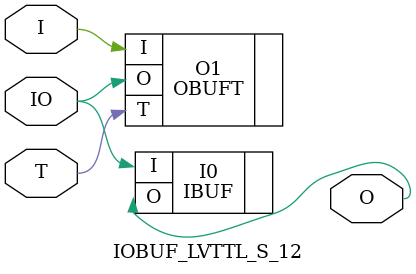
<source format=v>


`timescale  1 ps / 1 ps


module IOBUF_LVTTL_S_12 (O, IO, I, T);

    output O;

    inout  IO;

    input  I, T;

        OBUFT #(.IOSTANDARD("LVTTL"), .SLEW("SLOW"), .DRIVE(12)) O1 (.O(IO), .I(I), .T(T)); 
	IBUF #(.IOSTANDARD("LVTTL"))  I0 (.O(O), .I(IO));
        

endmodule



</source>
